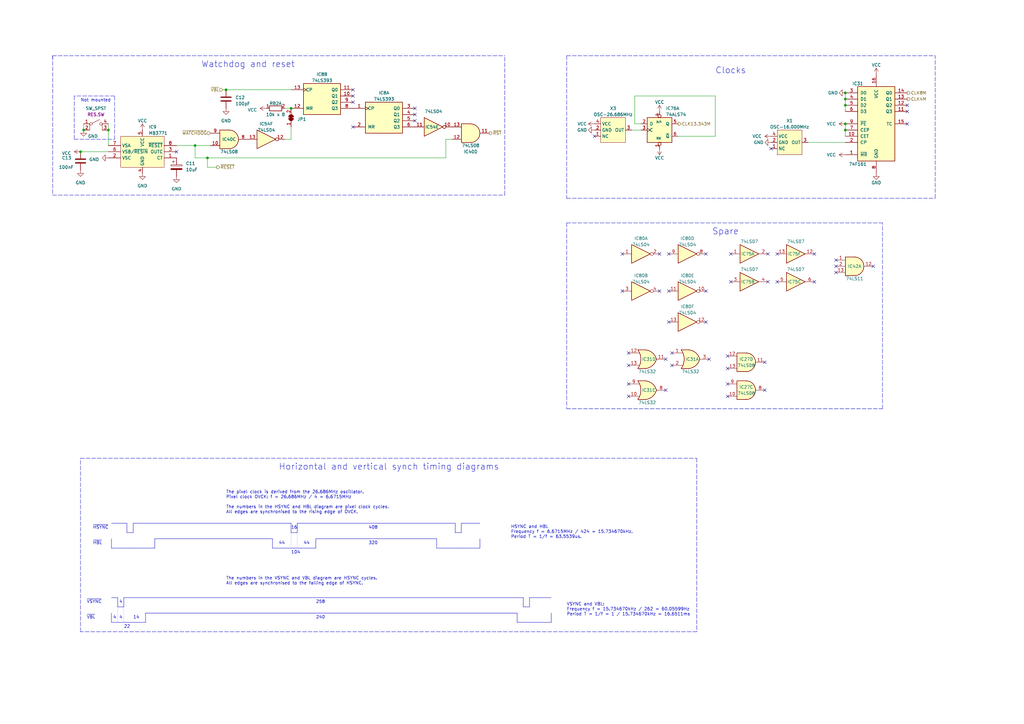
<source format=kicad_sch>
(kicad_sch (version 20230121) (generator eeschema)
  (paper "A3")
  (title_block (title "Rainbow Islands Extra") (date "2023-06-13") (company "Taito K1100319A") (comment 1 "Ulf Skutnabba, twitter: @skutis77"))
  (lib_symbols
    (symbol "74xx:74LS04"
      (property "Reference" "U" (at 0 1.27 0))
      (property "Value" "74LS04" (at 0 -1.27 0))
      (symbol "74LS04_1_0"
        (pin input line (at -7.62 0 0) (length 3.81) (name "~") (number "1"))
        (pin output inverted (at 7.62 0 180) (length 3.81) (name "~") (number "2"))
      )
      (symbol "74LS04_2_0"
        (pin input line (at -7.62 0 0) (length 3.81) (name "~") (number "3"))
        (pin output inverted (at 7.62 0 180) (length 3.81) (name "~") (number "4"))
      )
      (symbol "74LS04_3_0"
        (pin input line (at -7.62 0 0) (length 3.81) (name "~") (number "5"))
        (pin output inverted (at 7.62 0 180) (length 3.81) (name "~") (number "6"))
      )
      (symbol "74LS04_4_0"
        (pin output inverted (at 7.62 0 180) (length 3.81) (name "~") (number "8"))
        (pin input line (at -7.62 0 0) (length 3.81) (name "~") (number "9"))
      )
      (symbol "74LS04_5_0"
        (pin output inverted (at 7.62 0 180) (length 3.81) (name "~") (number "10"))
        (pin input line (at -7.62 0 0) (length 3.81) (name "~") (number "11"))
      )
      (symbol "74LS04_6_0"
        (pin output inverted (at 7.62 0 180) (length 3.81) (name "~") (number "12"))
        (pin input line (at -7.62 0 0) (length 3.81) (name "~") (number "13"))
      )
      (symbol "74LS04_7_0"
        (pin power_in line (at 0 12.7 270) (length 5.08) (name "VCC") (number "14"))
        (pin power_in line (at 0 -12.7 90) (length 5.08) (name "GND") (number "7"))
      )
    )
    (symbol "74xx:74LS07" (pin_names (offset 1.016))
      (property "Reference" "U" (at 0 1.27 0))
      (property "Value" "74LS07" (at 0 -1.27 0))
      (symbol "74LS07_1_0"
        (pin input line (at -7.62 0 0) (length 3.81) (name "~") (number "1"))
        (pin open_collector line (at 7.62 0 180) (length 3.81) (name "~") (number "2"))
      )
      (symbol "74LS07_2_0"
        (pin input line (at -7.62 0 0) (length 3.81) (name "~") (number "3"))
        (pin open_collector line (at 7.62 0 180) (length 3.81) (name "~") (number "4"))
      )
      (symbol "74LS07_3_0"
        (pin input line (at -7.62 0 0) (length 3.81) (name "~") (number "5"))
        (pin open_collector line (at 7.62 0 180) (length 3.81) (name "~") (number "6"))
      )
      (symbol "74LS07_4_0"
        (pin open_collector line (at 7.62 0 180) (length 3.81) (name "~") (number "8"))
        (pin input line (at -7.62 0 0) (length 3.81) (name "~") (number "9"))
      )
      (symbol "74LS07_5_0"
        (pin open_collector line (at 7.62 0 180) (length 3.81) (name "~") (number "10"))
        (pin input line (at -7.62 0 0) (length 3.81) (name "~") (number "11"))
      )
      (symbol "74LS07_6_0"
        (pin open_collector line (at 7.62 0 180) (length 3.81) (name "~") (number "12"))
        (pin input line (at -7.62 0 0) (length 3.81) (name "~") (number "13"))
      )
      (symbol "74LS07_7_0"
        (pin power_in line (at 0 12.7 270) (length 5.08) (name "VCC") (number "14"))
        (pin power_in line (at 0 -12.7 90) (length 5.08) (name "GND") (number "7"))
      )
    )
    (symbol "74xx:74LS08" (pin_names (offset 1.016))
      (property "Reference" "U" (at 0 1.27 0))
      (property "Value" "74LS08" (at 0 -1.27 0))
      (symbol "74LS08_1_1"
        (pin input line (at -7.62 2.54 0) (length 3.81) (name "~") (number "1"))
        (pin input line (at -7.62 -2.54 0) (length 3.81) (name "~") (number "2"))
        (pin output line (at 7.62 0 180) (length 3.81) (name "~") (number "3"))
      )
      (symbol "74LS08_1_2"
        (pin input inverted (at -7.62 2.54 0) (length 4.318) (name "~") (number "1"))
        (pin input inverted (at -7.62 -2.54 0) (length 4.318) (name "~") (number "2"))
        (pin output inverted (at 7.62 0 180) (length 3.81) (name "~") (number "3"))
      )
      (symbol "74LS08_2_1"
        (pin input line (at -7.62 2.54 0) (length 3.81) (name "~") (number "4"))
        (pin input line (at -7.62 -2.54 0) (length 3.81) (name "~") (number "5"))
        (pin output line (at 7.62 0 180) (length 3.81) (name "~") (number "6"))
      )
      (symbol "74LS08_2_2"
        (pin input inverted (at -7.62 2.54 0) (length 4.318) (name "~") (number "4"))
        (pin input inverted (at -7.62 -2.54 0) (length 4.318) (name "~") (number "5"))
        (pin output inverted (at 7.62 0 180) (length 3.81) (name "~") (number "6"))
      )
      (symbol "74LS08_3_1"
        (pin input line (at -7.62 -2.54 0) (length 3.81) (name "~") (number "10"))
        (pin output line (at 7.62 0 180) (length 3.81) (name "~") (number "8"))
        (pin input line (at -7.62 2.54 0) (length 3.81) (name "~") (number "9"))
      )
      (symbol "74LS08_3_2"
        (pin input inverted (at -7.62 -2.54 0) (length 4.318) (name "~") (number "10"))
        (pin output inverted (at 7.62 0 180) (length 3.81) (name "~") (number "8"))
        (pin input inverted (at -7.62 2.54 0) (length 4.318) (name "~") (number "9"))
      )
      (symbol "74LS08_4_1"
        (pin output line (at 7.62 0 180) (length 3.81) (name "~") (number "11"))
        (pin input line (at -7.62 2.54 0) (length 3.81) (name "~") (number "12"))
        (pin input line (at -7.62 -2.54 0) (length 3.81) (name "~") (number "13"))
      )
      (symbol "74LS08_4_2"
        (pin output inverted (at 7.62 0 180) (length 3.81) (name "~") (number "11"))
        (pin input inverted (at -7.62 2.54 0) (length 4.318) (name "~") (number "12"))
        (pin input inverted (at -7.62 -2.54 0) (length 4.318) (name "~") (number "13"))
      )
      (symbol "74LS08_5_0"
        (pin power_in line (at 0 12.7 270) (length 5.08) (name "VCC") (number "14"))
        (pin power_in line (at 0 -12.7 90) (length 5.08) (name "GND") (number "7"))
      )
    )
    (symbol "74xx:74LS161" (pin_names (offset 1.016))
      (property "Reference" "U" (at -7.62 16.51 0))
      (property "Value" "74LS161" (at -7.62 -16.51 0))
      (symbol "74LS161_1_0"
        (pin input line (at -12.7 -12.7 0) (length 5.08) (name "~{MR}") (number "1"))
        (pin input line (at -12.7 -5.08 0) (length 5.08) (name "CET") (number "10"))
        (pin output line (at 12.7 5.08 180) (length 5.08) (name "Q3") (number "11"))
        (pin output line (at 12.7 7.62 180) (length 5.08) (name "Q2") (number "12"))
        (pin output line (at 12.7 10.16 180) (length 5.08) (name "Q1") (number "13"))
        (pin output line (at 12.7 12.7 180) (length 5.08) (name "Q0") (number "14"))
        (pin output line (at 12.7 0 180) (length 5.08) (name "TC") (number "15"))
        (pin power_in line (at 0 20.32 270) (length 5.08) (name "VCC") (number "16"))
        (pin input line (at -12.7 -7.62 0) (length 5.08) (name "CP") (number "2"))
        (pin input line (at -12.7 12.7 0) (length 5.08) (name "D0") (number "3"))
        (pin input line (at -12.7 10.16 0) (length 5.08) (name "D1") (number "4"))
        (pin input line (at -12.7 7.62 0) (length 5.08) (name "D2") (number "5"))
        (pin input line (at -12.7 5.08 0) (length 5.08) (name "D3") (number "6"))
        (pin input line (at -12.7 -2.54 0) (length 5.08) (name "CEP") (number "7"))
        (pin power_in line (at 0 -20.32 90) (length 5.08) (name "GND") (number "8"))
        (pin input line (at -12.7 0 0) (length 5.08) (name "~{PE}") (number "9"))
      )
    )
    (symbol "74xx:74LS393" (pin_names (offset 1.016))
      (property "Reference" "U" (at -7.62 8.89 0))
      (property "Value" "74LS393" (at -7.62 -8.89 0))
      (symbol "74LS393_1_0"
        (pin input clock (at -12.7 2.54 0) (length 5.08) (name "CP") (number "1"))
        (pin input line (at -12.7 -5.08 0) (length 5.08) (name "MR") (number "2"))
        (pin output line (at 12.7 2.54 180) (length 5.08) (name "Q0") (number "3"))
        (pin output line (at 12.7 0 180) (length 5.08) (name "Q1") (number "4"))
        (pin output line (at 12.7 -2.54 180) (length 5.08) (name "Q2") (number "5"))
        (pin output line (at 12.7 -5.08 180) (length 5.08) (name "Q3") (number "6"))
      )
      (symbol "74LS393_2_0"
        (pin output line (at 12.7 0 180) (length 5.08) (name "Q1") (number "10"))
        (pin output line (at 12.7 2.54 180) (length 5.08) (name "Q0") (number "11"))
        (pin input line (at -12.7 -5.08 0) (length 5.08) (name "MR") (number "12"))
        (pin input clock (at -12.7 2.54 0) (length 5.08) (name "CP") (number "13"))
        (pin output line (at 12.7 -5.08 180) (length 5.08) (name "Q3") (number "8"))
        (pin output line (at 12.7 -2.54 180) (length 5.08) (name "Q2") (number "9"))
      )
      (symbol "74LS393_3_0"
        (pin power_in line (at 0 12.7 270) (length 5.08) (name "VCC") (number "14"))
        (pin power_in line (at 0 -12.7 90) (length 5.08) (name "GND") (number "7"))
      )
    )
    (symbol "Device:C" (pin_numbers hide) (pin_names (offset 0.254))
      (property "Reference" "C" (at 0.635 2.54 0))
      (property "Value" "C" (at 0.635 -2.54 0))
      (symbol "C_1_1"
        (pin passive line (at 0 3.81 270) (length 2.794) (name "~") (number "1"))
        (pin passive line (at 0 -3.81 90) (length 2.794) (name "~") (number "2"))
      )
    )
    (symbol "Device:C_Polarized" (pin_numbers hide) (pin_names (offset 0.254))
      (property "Reference" "C" (at 0.635 2.54 0))
      (property "Value" "C_Polarized" (at 0.635 -2.54 0))
      (symbol "C_Polarized_1_1"
        (pin passive line (at 0 3.81 270) (length 2.794) (name "~") (number "1"))
        (pin passive line (at 0 -3.81 90) (length 2.794) (name "~") (number "2"))
      )
    )
    (symbol "Device:R_Network08_Split" (pin_names (offset 0) hide)
      (property "Reference" "RN" (at 2.032 0 90))
      (property "Value" "R_Network08_Split" (at 0 0 90))
      (symbol "R_Network08_Split_0_1"
        (pin passive line (at 0 3.81 270) (length 1.27) (name "R1") (number "1"))
      )
      (symbol "R_Network08_Split_1_1"
        (pin passive line (at 0 -3.81 90) (length 1.27) (name "R1.2") (number "2"))
      )
      (symbol "R_Network08_Split_2_1"
        (pin passive line (at 0 -3.81 90) (length 1.27) (name "R2.2") (number "3"))
      )
      (symbol "R_Network08_Split_3_1"
        (pin passive line (at 0 -3.81 90) (length 1.27) (name "R3.2") (number "4"))
      )
      (symbol "R_Network08_Split_4_1"
        (pin passive line (at 0 -3.81 90) (length 1.27) (name "R4.2") (number "5"))
      )
      (symbol "R_Network08_Split_5_1"
        (pin passive line (at 0 -3.81 90) (length 1.27) (name "R5.2") (number "6"))
      )
      (symbol "R_Network08_Split_6_1"
        (pin passive line (at 0 -3.81 90) (length 1.27) (name "R6.2") (number "7"))
      )
      (symbol "R_Network08_Split_7_1"
        (pin passive line (at 0 -3.81 90) (length 1.27) (name "R7.2") (number "8"))
      )
      (symbol "R_Network08_Split_8_1"
        (pin passive line (at 0 -3.81 90) (length 1.27) (name "R8.2") (number "9"))
      )
    )
    (symbol "Jumper:SolderJumper_2_Bridged" (pin_names (offset 0) hide)
      (property "Reference" "JP" (at 0 2.032 0))
      (property "Value" "SolderJumper_2_Bridged" (at 0 -2.54 0))
      (symbol "SolderJumper_2_Bridged_1_1"
        (pin passive line (at -3.81 0 0) (length 2.54) (name "A") (number "1"))
        (pin passive line (at 3.81 0 180) (length 2.54) (name "B") (number "2"))
      )
    )
    (symbol "jt74:74LS04" (pin_names (offset 1.016))
      (property "Reference" "U" (at 0 1.27 0))
      (property "Value" "74LS04" (at 0 -1.27 0))
      (symbol "74LS04_1_0"
        (pin input line (at -7.62 0 0) (length 3.81) (name "~") (number "1"))
        (pin output inverted (at 7.62 0 180) (length 3.81) (name "~") (number "2"))
      )
      (symbol "74LS04_2_0"
        (pin input line (at -7.62 0 0) (length 3.81) (name "~") (number "3"))
        (pin output inverted (at 7.62 0 180) (length 3.81) (name "~") (number "4"))
      )
      (symbol "74LS04_3_0"
        (pin input line (at -7.62 0 0) (length 3.81) (name "~") (number "5"))
        (pin output inverted (at 7.62 0 180) (length 3.81) (name "~") (number "6"))
      )
      (symbol "74LS04_4_0"
        (pin output inverted (at 7.62 0 180) (length 3.81) (name "~") (number "8"))
        (pin input line (at -7.62 0 0) (length 3.81) (name "~") (number "9"))
      )
      (symbol "74LS04_5_0"
        (pin output inverted (at 7.62 0 180) (length 3.81) (name "~") (number "10"))
        (pin input line (at -7.62 0 0) (length 3.81) (name "~") (number "11"))
      )
      (symbol "74LS04_6_0"
        (pin output inverted (at 7.62 0 180) (length 3.81) (name "~") (number "12"))
        (pin input line (at -7.62 0 0) (length 3.81) (name "~") (number "13"))
      )
      (symbol "74LS04_7_0"
        (pin power_in line (at 0 7.62 270) (length 5.08) hide (name "VCC") (number "14"))
        (pin power_in line (at 0 -7.62 90) (length 5.08) hide (name "VSS") (number "7"))
      )
    )
    (symbol "jt74:74LS11" (pin_names (offset 1.016))
      (property "Reference" "U" (at 0 1.27 0))
      (property "Value" "74LS11" (at 0 -1.27 0))
      (symbol "74LS11_1_1"
        (pin input line (at -7.62 2.54 0) (length 3.81) (name "~") (number "1"))
        (pin output line (at 7.62 0 180) (length 3.81) (name "~") (number "12"))
        (pin input line (at -7.62 -2.54 0) (length 3.81) (name "~") (number "13"))
        (pin input line (at -7.62 0 0) (length 3.81) (name "~") (number "2"))
      )
      (symbol "74LS11_1_2"
        (pin input inverted (at -7.62 2.54 0) (length 4.318) (name "~") (number "1"))
        (pin output inverted (at 7.62 0 180) (length 3.81) (name "~") (number "12"))
        (pin input inverted (at -7.62 -2.54 0) (length 4.318) (name "~") (number "13"))
        (pin input inverted (at -7.62 0 0) (length 4.953) (name "~") (number "2"))
      )
      (symbol "74LS11_2_1"
        (pin input line (at -7.62 2.54 0) (length 3.81) (name "~") (number "3"))
        (pin input line (at -7.62 0 0) (length 3.81) (name "~") (number "4"))
        (pin input line (at -7.62 -2.54 0) (length 3.81) (name "~") (number "5"))
        (pin output line (at 7.62 0 180) (length 3.81) (name "~") (number "6"))
      )
      (symbol "74LS11_2_2"
        (pin input inverted (at -7.62 2.54 0) (length 4.318) (name "~") (number "3"))
        (pin input inverted (at -7.62 0 0) (length 4.953) (name "~") (number "4"))
        (pin input inverted (at -7.62 -2.54 0) (length 4.318) (name "~") (number "5"))
        (pin output inverted (at 7.62 0 180) (length 3.81) (name "~") (number "6"))
      )
      (symbol "74LS11_3_1"
        (pin input line (at -7.62 0 0) (length 3.81) (name "~") (number "10"))
        (pin input line (at -7.62 -2.54 0) (length 3.81) (name "~") (number "11"))
        (pin output line (at 7.62 0 180) (length 3.81) (name "~") (number "8"))
        (pin input line (at -7.62 2.54 0) (length 3.81) (name "~") (number "9"))
      )
      (symbol "74LS11_3_2"
        (pin input inverted (at -7.62 0 0) (length 4.953) (name "~") (number "10"))
        (pin input inverted (at -7.62 -2.54 0) (length 4.318) (name "~") (number "11"))
        (pin output inverted (at 7.62 0 180) (length 3.81) (name "~") (number "8"))
        (pin input inverted (at -7.62 2.54 0) (length 4.318) (name "~") (number "9"))
      )
      (symbol "74LS11_4_0"
        (pin input line (at 0 12.7 270) (length 5.08) hide (name "VCC") (number "14"))
        (pin input line (at 0 -12.7 90) (length 5.08) hide (name "GND") (number "7"))
      )
    )
    (symbol "jt74:74LS32" (pin_names (offset 1.016))
      (property "Reference" "U" (at 0 1.27 0))
      (property "Value" "74LS32" (at 0 -1.27 0))
      (symbol "74LS32_1_1"
        (pin input line (at -7.62 2.54 0) (length 4.318) (name "~") (number "1"))
        (pin input line (at -7.62 -2.54 0) (length 4.318) (name "~") (number "2"))
        (pin output line (at 7.62 0 180) (length 3.81) (name "~") (number "3"))
      )
      (symbol "74LS32_1_2"
        (pin input inverted (at -7.62 2.54 0) (length 3.81) (name "~") (number "1"))
        (pin input inverted (at -7.62 -2.54 0) (length 3.81) (name "~") (number "2"))
        (pin output inverted (at 7.62 0 180) (length 3.81) (name "~") (number "3"))
      )
      (symbol "74LS32_2_1"
        (pin input line (at -7.62 2.54 0) (length 4.318) (name "~") (number "4"))
        (pin input line (at -7.62 -2.54 0) (length 4.318) (name "~") (number "5"))
        (pin output line (at 7.62 0 180) (length 3.81) (name "~") (number "6"))
      )
      (symbol "74LS32_2_2"
        (pin input inverted (at -7.62 2.54 0) (length 3.81) (name "~") (number "4"))
        (pin input inverted (at -7.62 -2.54 0) (length 3.81) (name "~") (number "5"))
        (pin output inverted (at 7.62 0 180) (length 3.81) (name "~") (number "6"))
      )
      (symbol "74LS32_3_1"
        (pin input line (at -7.62 -2.54 0) (length 4.318) (name "~") (number "10"))
        (pin output line (at 7.62 0 180) (length 3.81) (name "~") (number "8"))
        (pin input line (at -7.62 2.54 0) (length 4.318) (name "~") (number "9"))
      )
      (symbol "74LS32_3_2"
        (pin input inverted (at -7.62 -2.54 0) (length 3.81) (name "~") (number "10"))
        (pin output inverted (at 7.62 0 180) (length 3.81) (name "~") (number "8"))
        (pin input inverted (at -7.62 2.54 0) (length 3.81) (name "~") (number "9"))
      )
      (symbol "74LS32_4_1"
        (pin output line (at 7.62 0 180) (length 3.81) (name "~") (number "11"))
        (pin input line (at -7.62 2.54 0) (length 4.318) (name "~") (number "12"))
        (pin input line (at -7.62 -2.54 0) (length 4.318) (name "~") (number "13"))
      )
      (symbol "74LS32_4_2"
        (pin output inverted (at 7.62 0 180) (length 3.81) (name "~") (number "11"))
        (pin input inverted (at -7.62 2.54 0) (length 3.81) (name "~") (number "12"))
        (pin input inverted (at -7.62 -2.54 0) (length 3.81) (name "~") (number "13"))
      )
      (symbol "74LS32_5_0"
        (pin power_in line (at 0 7.62 270) (length 5.08) hide (name "VCC") (number "14"))
        (pin power_in line (at 0 -7.62 90) (length 5.08) hide (name "VSS") (number "7"))
      )
    )
    (symbol "jt74:74LS74" (pin_names (offset 1.016))
      (property "Reference" "U" (at 3.81 5.08 0))
      (property "Value" "74LS74" (at 0 0 0))
      (symbol "74LS74_1_0"
        (pin input inverted (at 0 -7.62 90) (length 2.54) (name "~{R}") (number "1"))
        (pin input line (at -7.62 2.54 0) (length 2.54) (name "D") (number "2"))
        (pin input clock (at -7.62 0 0) (length 2.54) (name "C") (number "3"))
        (pin input inverted (at 0 7.62 270) (length 2.54) (name "~{S}") (number "4"))
        (pin output line (at 7.62 2.54 180) (length 2.54) (name "Q") (number "5"))
        (pin output line (at 7.62 -2.54 180) (length 2.54) (name "~{Q}") (number "6"))
      )
      (symbol "74LS74_2_0"
        (pin input clock (at -7.62 0 0) (length 2.54) (name "C") (number "11"))
        (pin input line (at -7.62 2.54 0) (length 2.54) (name "D") (number "12"))
        (pin input line (at 0 -7.62 90) (length 2.54) (name "~{R}") (number "13"))
        (pin output line (at 7.62 -2.54 180) (length 2.54) (name "~{Q}") (number "8"))
        (pin output line (at 7.62 2.54 180) (length 2.54) (name "Q") (number "9"))
      )
      (symbol "74LS74_2_1"
        (pin input line (at 0 7.62 270) (length 2.54) (name "~{S}") (number "10"))
      )
      (symbol "74LS74_3_0"
        (pin power_in line (at 0 7.62 270) (length 2.54) hide (name "VCC") (number "14"))
        (pin power_in line (at 0 -7.62 90) (length 2.54) hide (name "VSS") (number "7"))
      )
    )
    (symbol "power:GND" (power) (pin_names (offset 0))
      (property "Value" "GND" (at 0 -3.81 0))
      (symbol "GND_1_1"
        (pin power_in line (at 0 0 270) (length 0) hide (name "GND") (number "1"))
      )
    )
    (symbol "power:VCC" (power) (pin_names (offset 0))
      (property "Value" "VCC" (at 0 3.81 0))
      (symbol "VCC_1_1"
        (pin power_in line (at 0 0 90) (length 0) hide (name "VCC") (number "1"))
      )
    )
    (symbol "skutis-kicad:MB3771"
      (property "Reference" "U" (at 2.54 7.62 0))
      (property "Value" "MB3771" (at -6.35 7.62 0))
      (symbol "MB3771_0_0"
        (pin output line (at 13.97 -2.54 180) (length 5.08) (name "CT") (number "1"))
        (pin input line (at -13.97 -2.54 0) (length 5.08) (name "VSC") (number "2"))
        (pin open_collector line (at 13.97 0 180) (length 5.08) (name "OUTC") (number "3"))
        (pin power_in line (at 0 -8.89 90) (length 2.54) (name "GND") (number "4"))
        (pin power_in line (at 0 8.89 270) (length 2.54) (name "VCC") (number "5"))
        (pin input line (at -13.97 0 0) (length 5.08) (name "VSB/~{RESIN}") (number "6"))
        (pin input line (at -13.97 2.54 0) (length 5.08) (name "VSA") (number "7"))
        (pin output line (at 13.97 2.54 180) (length 5.08) (name "~{RESET}") (number "8"))
      )
    )
    (symbol "skutis-kicad:OSC-DIP4"
      (property "Reference" "U" (at 0 8.89 0))
      (property "Value" "OSC-DIP4" (at 0 6.35 0))
      (symbol "OSC-DIP4_1_1"
        (pin passive line (at -7.62 -2.54 0) (length 2.54) (name "NC") (number "1"))
        (pin power_in line (at -7.62 0 0) (length 2.54) (name "GND") (number "2"))
        (pin output line (at 7.62 0 180) (length 2.54) (name "OUT") (number "3"))
        (pin power_in line (at -7.62 2.54 0) (length 2.54) (name "VCC") (number "4"))
      )
    )
    (symbol "skutis-kicad:SW_SPST_4PIN"
      (property "Reference" "SW" (at 1.27 5.08 0))
      (property "Value" "SW_SPST" (at 7.62 5.08 0))
      (symbol "SW_SPST_4PIN_1_1"
        (pin passive line (at -5.08 1.27 0) (length 2.54) (name "") (number "1"))
        (pin passive line (at -5.08 -1.27 0) (length 2.54) (name "") (number "2"))
        (pin passive line (at 5.08 -1.27 180) (length 2.54) (name "") (number "3"))
        (pin passive line (at 5.08 1.27 180) (length 2.54) (name "") (number "4"))
      )
    )
  )
  (junction (at 346.71 50.8))
  (junction (at 119.38 44.45))
  (junction (at 85.09 64.77))
  (junction (at 346.71 43.18))
  (junction (at 44.45 53.34))
  (junction (at 346.71 53.34))
  (junction (at 34.29 53.34))
  (junction (at 92.71 36.83))
  (junction (at 346.71 40.64))
  (junction (at 80.01 59.69))
  (junction (at 346.71 38.1))
  (junction (at 33.02 62.23))
  (no_connect (at 270.51 104.14))
  (no_connect (at 144.78 36.83))
  (no_connect (at 318.77 115.57))
  (no_connect (at 72.39 62.23))
  (no_connect (at 257.81 162.56))
  (no_connect (at 372.11 45.72))
  (no_connect (at 342.9 109.22))
  (no_connect (at 372.11 50.8))
  (no_connect (at 298.45 151.13))
  (no_connect (at 299.72 115.57))
  (no_connect (at 298.45 162.56))
  (no_connect (at 270.51 119.38))
  (no_connect (at 274.32 119.38))
  (no_connect (at 314.96 104.14))
  (no_connect (at 289.56 104.14))
  (no_connect (at 313.69 148.59))
  (no_connect (at 274.32 104.14))
  (no_connect (at 342.9 111.76))
  (no_connect (at 273.05 147.32))
  (no_connect (at 257.81 157.48))
  (no_connect (at 170.18 49.53))
  (no_connect (at 314.96 115.57))
  (no_connect (at 144.78 41.91))
  (no_connect (at 372.11 43.18))
  (no_connect (at 316.23 60.96))
  (no_connect (at 298.45 146.05))
  (no_connect (at 299.72 104.14))
  (no_connect (at 255.27 119.38))
  (no_connect (at 275.59 149.86))
  (no_connect (at 289.56 132.08))
  (no_connect (at 274.32 132.08))
  (no_connect (at 144.78 52.07))
  (no_connect (at 289.56 119.38))
  (no_connect (at 318.77 104.14))
  (no_connect (at 257.81 149.86))
  (no_connect (at 257.81 144.78))
  (no_connect (at 334.01 104.14))
  (no_connect (at 298.45 157.48))
  (no_connect (at 170.18 44.45))
  (no_connect (at 358.14 109.22))
  (no_connect (at 243.84 55.88))
  (no_connect (at 255.27 104.14))
  (no_connect (at 290.83 147.32))
  (no_connect (at 342.9 106.68))
  (no_connect (at 273.05 160.02))
  (no_connect (at 334.01 115.57))
  (no_connect (at 313.69 160.02))
  (no_connect (at 275.59 144.78))
  (no_connect (at 144.78 39.37))
  (no_connect (at 170.18 46.99))
  (wire (pts (xy 72.39 59.69) (xy 80.01 59.69)))
  (wire (pts (xy 119.38 57.15) (xy 119.38 52.07)))
  (wire (pts (xy 85.09 68.58) (xy 85.09 64.77)))
  (polyline (pts (xy 187.96 224.79) (xy 196.85 224.79)))
  (wire (pts (xy 91.44 36.83) (xy 92.71 36.83)))
  (polyline (pts (xy 63.5 224.79) (xy 63.5 220.98)))
  (wire (pts (xy 260.35 39.37) (xy 260.35 50.8)))
  (polyline (pts (xy 121.92 218.44) (xy 121.92 214.63)))
  (polyline (pts (xy 54.61 214.63) (xy 119.38 214.63)))
  (polyline (pts (xy 179.07 224.79) (xy 187.96 224.79)))
  (polyline (pts (xy 50.8 245.11) (xy 214.63 245.11)))
  (polyline (pts (xy 48.26 248.92) (xy 48.26 245.11)))
  (wire (pts (xy 346.71 38.1) (xy 346.71 40.64)))
  (polyline (pts (xy 45.72 255.27) (xy 59.69 255.27)))
  (polyline (pts (xy 214.63 248.92) (xy 214.63 245.11)))
  (wire (pts (xy 185.42 57.15) (xy 182.88 57.15)))
  (polyline (pts (xy 111.76 224.79) (xy 111.76 220.98)))
  (wire (pts (xy 346.71 40.64) (xy 346.71 43.18)))
  (polyline (pts (xy 226.06 255.27) (xy 226.06 251.46)))
  (polyline (pts (xy 383.54 81.28) (xy 383.54 22.86)) (stroke (width 0) (type dash)))
  (polyline (pts (xy 46.99 39.37) (xy 30.48 39.37)) (stroke (width 0) (type dash)))
  (wire (pts (xy 346.71 43.18) (xy 346.71 45.72)))
  (polyline (pts (xy 45.72 224.79) (xy 45.72 220.98)))
  (polyline (pts (xy 212.09 255.27) (xy 226.06 255.27)))
  (wire (pts (xy 34.29 50.8) (xy 34.29 53.34)))
  (polyline (pts (xy 59.69 255.27) (xy 59.69 251.46)))
  (polyline (pts (xy 50.8 248.92) (xy 50.8 245.11)))
  (polyline (pts (xy 52.07 218.44) (xy 52.07 214.63)))
  (polyline (pts (xy 45.72 255.27) (xy 45.72 251.46)))
  (polyline (pts (xy 21.59 22.86) (xy 21.59 24.13)) (stroke (width 0) (type dash)))
  (polyline (pts (xy 179.07 224.79) (xy 179.07 220.98)))
  (polyline (pts (xy 21.59 80.01) (xy 207.01 80.01)) (stroke (width 0) (type dash)))
  (wire (pts (xy 278.13 55.88) (xy 293.37 55.88)))
  (polyline (pts (xy 214.63 248.92) (xy 217.17 248.92)))
  (polyline (pts (xy 217.17 245.11) (xy 226.06 245.11)))
  (polyline (pts (xy 50.8 248.92) (xy 50.8 255.27)) (stroke (width 0) (type dot)))
  (wire (pts (xy 260.35 50.8) (xy 262.89 50.8)))
  (polyline (pts (xy 45.72 214.63) (xy 52.07 214.63)))
  (polyline (pts (xy 186.69 218.44) (xy 189.23 218.44)))
  (wire (pts (xy 33.02 62.23) (xy 44.45 62.23)))
  (polyline (pts (xy 48.26 248.92) (xy 48.26 255.27)) (stroke (width 0) (type dot)))
  (wire (pts (xy 92.71 36.83) (xy 119.38 36.83)))
  (polyline (pts (xy 46.99 57.15) (xy 46.99 39.37)) (stroke (width 0) (type dash)))
  (polyline (pts (xy 33.02 259.08) (xy 33.02 187.96)) (stroke (width 0) (type dash)))
  (polyline (pts (xy 232.41 167.64) (xy 361.95 167.64)) (stroke (width 0) (type dash)))
  (polyline (pts (xy 59.69 251.46) (xy 212.09 251.46)))
  (wire (pts (xy 182.88 57.15) (xy 182.88 64.77)))
  (wire (pts (xy 44.45 50.8) (xy 44.45 53.34)))
  (polyline (pts (xy 285.75 187.96) (xy 285.75 259.08)) (stroke (width 0) (type dash)))
  (wire (pts (xy 293.37 55.88) (xy 293.37 39.37)))
  (wire (pts (xy 44.45 53.34) (xy 44.45 59.69)))
  (polyline (pts (xy 196.85 224.79) (xy 196.85 220.98)))
  (wire (pts (xy 88.9 68.58) (xy 85.09 68.58)))
  (wire (pts (xy 80.01 64.77) (xy 80.01 59.69)))
  (polyline (pts (xy 63.5 220.98) (xy 111.76 220.98)))
  (polyline (pts (xy 48.26 248.92) (xy 50.8 248.92)))
  (polyline (pts (xy 120.65 224.79) (xy 129.54 224.79)))
  (polyline (pts (xy 21.59 22.86) (xy 207.01 22.86)) (stroke (width 0) (type dash)))
  (wire (pts (xy 331.47 58.42) (xy 346.71 58.42)))
  (polyline (pts (xy 54.61 224.79) (xy 63.5 224.79)))
  (polyline (pts (xy 45.72 224.79) (xy 54.61 224.79)))
  (wire (pts (xy 182.88 64.77) (xy 85.09 64.77)))
  (wire (pts (xy 80.01 59.69) (xy 86.36 59.69)))
  (polyline (pts (xy 111.76 224.79) (xy 120.65 224.79)))
  (polyline (pts (xy 30.48 39.37) (xy 30.48 57.15)) (stroke (width 0) (type dash)))
  (wire (pts (xy 116.84 57.15) (xy 119.38 57.15)))
  (polyline (pts (xy 21.59 22.86) (xy 21.59 80.01)) (stroke (width 0) (type dash)))
  (polyline (pts (xy 232.41 22.86) (xy 383.54 22.86)) (stroke (width 0) (type dash)))
  (polyline (pts (xy 189.23 218.44) (xy 189.23 214.63)))
  (polyline (pts (xy 129.54 220.98) (xy 179.07 220.98)))
  (polyline (pts (xy 119.38 218.44) (xy 121.92 218.44)))
  (polyline (pts (xy 232.41 91.44) (xy 361.95 91.44)) (stroke (width 0) (type dash)))
  (polyline (pts (xy 83.82 187.96) (xy 285.75 187.96)) (stroke (width 0) (type dash)))
  (wire (pts (xy 346.71 50.8) (xy 346.71 53.34)))
  (polyline (pts (xy 121.92 214.63) (xy 186.69 214.63)))
  (wire (pts (xy 85.09 64.77) (xy 80.01 64.77)))
  (polyline (pts (xy 45.72 245.11) (xy 48.26 245.11)))
  (polyline (pts (xy 52.07 218.44) (xy 54.61 218.44)))
  (wire (pts (xy 259.08 53.34) (xy 262.89 53.34)))
  (polyline (pts (xy 119.38 218.44) (xy 119.38 214.63)))
  (polyline (pts (xy 232.41 22.86) (xy 232.41 81.28)) (stroke (width 0) (type dash)))
  (wire (pts (xy 116.84 44.45) (xy 119.38 44.45)))
  (wire (pts (xy 346.71 53.34) (xy 346.71 55.88)))
  (polyline (pts (xy 121.92 218.44) (xy 121.92 224.79)) (stroke (width 0) (type dot)))
  (wire (pts (xy 293.37 39.37) (xy 260.35 39.37)))
  (polyline (pts (xy 30.48 57.15) (xy 46.99 57.15)) (stroke (width 0) (type dash)))
  (polyline (pts (xy 212.09 255.27) (xy 212.09 251.46)))
  (polyline (pts (xy 186.69 218.44) (xy 186.69 214.63)))
  (polyline (pts (xy 361.95 167.64) (xy 361.95 91.44)) (stroke (width 0) (type dash)))
  (polyline (pts (xy 217.17 248.92) (xy 217.17 245.11)))
  (polyline (pts (xy 189.23 214.63) (xy 196.85 214.63)))
  (polyline (pts (xy 33.02 187.96) (xy 83.82 187.96)) (stroke (width 0) (type dash)))
  (polyline (pts (xy 232.41 81.28) (xy 383.54 81.28)) (stroke (width 0) (type dash)))
  (polyline (pts (xy 129.54 224.79) (xy 129.54 220.98)))
  (polyline (pts (xy 285.75 259.08) (xy 33.02 259.08)) (stroke (width 0) (type dash)))
  (polyline (pts (xy 119.38 218.44) (xy 119.38 224.79)) (stroke (width 0) (type dot)))
  (polyline (pts (xy 232.41 91.44) (xy 232.41 167.64)) (stroke (width 0) (type dash)))
  (polyline (pts (xy 54.61 218.44) (xy 54.61 214.63)))
  (polyline (pts (xy 207.01 80.01) (xy 207.01 22.86)) (stroke (width 0) (type dash)))
  (text "258" (at 129.54 247.65 0) (effects (font (size 1.27 1.27)) (justify left bottom)))
  (text "Spare" (at 292.1 96.52 0) (effects (font (size 2.54 2.54)) (justify left bottom)))
  (text "240" (at 129.54 254 0) (effects (font (size 1.27 1.27)) (justify left bottom)))
  (text "~{HBL}" (at 38.1 223.52 0) (effects (font (size 1.27 1.27)) (justify left bottom)))
  (text "HSYNC and HBL\nFrequency f = 6.6715MHz / 424 = 15.734670kHz.\nPeriod T = 1/f = 63.5539us." (at 209.55 220.98 0) (effects (font (size 1.27 1.27)) (justify left bottom)))
  (text "16" (at 119.38 217.17 0) (effects (font (size 1.27 1.27)) (justify left bottom)))
  (text "Horizontal and vertical synch timing diagrams" (at 114.3 193.04 0) (effects (font (size 2.54 2.54)) (justify left bottom)))
  (text "The numbers in the VSYNC and VBL diagram are HSYNC cycles.\nAll edges are synchronised to the falling edge of HSYNC." (at 92.71 240.03 0) (effects (font (size 1.27 1.27)) (justify left bottom)))
  (text "~{VSYNC}" (at 35.56 247.65 0) (effects (font (size 1.27 1.27)) (justify left bottom)))
  (text "44" (at 124.46 223.52 0) (effects (font (size 1.27 1.27)) (justify left bottom)))
  (text "104" (at 119.38 227.33 0) (effects (font (size 1.27 1.27)) (justify left bottom)))
  (text "~{VBL}" (at 35.56 254 0) (effects (font (size 1.27 1.27)) (justify left bottom)))
  (text "408" (at 151.13 217.17 0) (effects (font (size 1.27 1.27)) (justify left bottom)))
  (text "The pixel clock is derived from the 26.686MHz oscillator.\nPixel clock OVCK: f = 26.686MHz / 4 = 6.6715MHz\n\nThe numbers in the HSYNC and HBL diagram are pixel clock cycles.\nAll edges are synchronised to the rising edge of OVCK." (at 92.71 210.82 0) (effects (font (size 1.27 1.27)) (justify left bottom)))
  (text "22" (at 50.8 257.81 0) (effects (font (size 1.27 1.27)) (justify left bottom)))
  (text "VSYNC and VBL:\nFrequency f = 15.734670kHz / 262 = 60.05599Hz\nPeriod T = 1/f = 1 / 15.734670kHz = 16.6511ms" (at 232.41 252.73 0) (effects (font (size 1.27 1.27)) (justify left bottom)))
  (text "14" (at 54.61 254 0) (effects (font (size 1.27 1.27)) (justify left bottom)))
  (text "Not mounted" (at 33.02 41.91 0) (effects (font (size 1.27 1.27)) (justify left bottom)))
  (text "4" (at 46.355 254 0) (effects (font (size 1.27 1.27)) (justify left bottom)))
  (text "4" (at 48.895 247.65 0) (effects (font (size 1.27 1.27)) (justify left bottom)))
  (text "Clocks" (at 293.37 30.48 0) (effects (font (size 2.54 2.54)) (justify left bottom)))
  (text "44" (at 114.3 223.52 0) (effects (font (size 1.27 1.27)) (justify left bottom)))
  (text "~{HSYNC}" (at 38.1 217.17 0) (effects (font (size 1.27 1.27)) (justify left bottom)))
  (text "320" (at 151.13 223.52 0) (effects (font (size 1.27 1.27)) (justify left bottom)))
  (text "Watchdog and reset" (at 82.55 27.94 0) (effects (font (size 2.54 2.54)) (justify left bottom)))
  (text "4" (at 48.895 254 0) (effects (font (size 1.27 1.27)) (justify left bottom)))
  (hierarchical_label "~{WATCHDOG}" (shape input) (at 86.36 54.61 180))
  (hierarchical_label "~{RST}" (shape output) (at 200.66 54.61 0))
  (hierarchical_label "CLK8M" (shape output) (at 372.11 38.1 0))
  (hierarchical_label "CLK4M" (shape output) (at 372.11 40.64 0))
  (hierarchical_label "CLK13.343M" (shape output) (at 278.13 50.8 0))
  (hierarchical_label "~{RESET}" (shape output) (at 88.9 68.58 0))
  (hierarchical_label "~{VBL}" (shape input) (at 91.44 36.83 180))
  (symbol (lib_id "power:VCC") (at 316.23 55.88 90) (unit 1)
    (property "Reference" "#PWR0109" (effects hide))
    (property "Value" "VCC" (at 312.42 55.88 90) (effects (justify left)))
    (instances (project "risle" (path "" (reference "#PWR0109") (unit 1)) (path "" (reference "#PWR0112") (unit 1)) (path "" (reference "#PWR0110") (unit 1))))
  )
  (symbol (lib_id "74xx:74LS04") (at 109.22 57.15 0) (unit 6)
    (property "Reference" "IC54" (at 109.22 50.8 0))
    (property "Value" "74LS04" (at 109.22 53.34 0))
    (property "Datasheet" "http://www.ti.com/lit/gpn/sn74LS04" (effects hide))
  )
  (symbol (lib_id "jt74:74LS04") (at 262.89 119.38 0) (unit 2)
    (property "Reference" "IC80" (at 262.89 113.03 0))
    (property "Value" "74LS04" (at 262.89 115.57 0))
    (property "Datasheet" "http://www.ti.com/lit/gpn/sn74LS04" (effects hide))
  )
  (symbol (lib_id "74xx:74LS393") (at 157.48 46.99 0) (unit 1)
    (property "Reference" "IC8" (at 157.48 38.1 0))
    (property "Value" "74LS393" (at 157.48 40.64 0))
    (property "Datasheet" "74xx\\74LS393.pdf" (effects hide))
  )
  (symbol (lib_id "power:GND") (at 34.29 53.34 0) (unit 1)
    (property "Reference" "#PWR022" (effects hide))
    (property "Value" "GND" (at 38.1 55.88 0))
    (instances (project "risle" (path "" (reference "#PWR022") (unit 1)) (path "" (reference "#PWR019") (unit 1))))
  )
  (symbol (lib_id "jt74:74LS74") (at 270.51 53.34 0) (unit 1)
    (property "Reference" "IC76" (at 273.05 44.45 0) (effects (justify left)))
    (property "Value" "74ALS74" (at 273.05 46.99 0) (effects (justify left)))
    (property "Datasheet" "74xx/74hc_hct74.pdf" (effects hide))
  )
  (symbol (lib_id "74xx:74LS07") (at 326.39 104.14 0) (unit 6)
    (property "Reference" "IC75" (at 325.755 104.14 0))
    (property "Value" "74LS07" (at 326.39 99.06 0))
    (property "Datasheet" "www.ti.com/lit/ds/symlink/sn74ls07.pdf" (effects hide))
  )
  (symbol (lib_id "74xx:74LS08") (at 306.07 148.59 0) (unit 4)
    (property "Reference" "IC27" (at 306.07 147.32 0))
    (property "Value" "74LS08" (at 306.07 149.86 0))
    (property "Datasheet" "http://www.ti.com/lit/gpn/sn74LS08" (effects hide))
  )
  (symbol (lib_id "power:VCC") (at 243.84 50.8 90) (unit 1)
    (property "Reference" "#PWR064" (effects hide))
    (property "Value" "VCC" (at 238.76 50.8 90))
    (instances (project "risle" (path "" (reference "#PWR064") (unit 1)) (path "" (reference "#PWR065") (unit 1))))
  )
  (symbol (lib_id "power:GND") (at 346.71 38.1 270) (unit 1)
    (property "Reference" "#PWR0111" (effects hide))
    (property "Value" "GND" (at 341.63 38.1 90))
    (instances (project "risle" (path "" (reference "#PWR0111") (unit 1)) (path "" (reference "#PWR0110") (unit 1)) (path "" (reference "#PWR0112") (unit 1))))
  )
  (symbol (lib_id "Device:C_Polarized") (at 72.39 68.58 0) (unit 1)
    (property "Reference" "C11" (at 76.2 67.056 0) (effects (justify left)))
    (property "Value" "10uF" (at 76.2 69.596 0) (effects (justify left)))
  )
  (symbol (lib_id "power:VCC") (at 346.71 50.8 90) (unit 1)
    (property "Reference" "#PWR0112" (effects hide))
    (property "Value" "VCC" (at 342.9 50.8 90) (effects (justify left)))
    (instances (project "risle" (path "" (reference "#PWR0112") (unit 1)) (path "" (reference "#PWR0111") (unit 1)) (path "" (reference "#PWR0113") (unit 1))))
  )
  (symbol (lib_id "skutis-kicad:OSC-DIP4") (at 251.46 53.34 0) (unit 1)
    (property "Reference" "X3" (at 251.46 44.45 0))
    (property "Value" "OSC-26.686MHz" (at 251.46 46.99 0))
  )
  (symbol (lib_id "power:VCC") (at 109.22 44.45 90) (unit 1)
    (property "Reference" "#PWR0178" (effects hide))
    (property "Value" "VCC" (at 105.41 45.085 90) (effects (justify left)))
    (instances (project "risle" (path "" (reference "#PWR0178") (unit 1)) (path "" (reference "#PWR024") (unit 1))))
  )
  (symbol (lib_id "power:GND") (at 359.41 71.12 0) (unit 1)
    (property "Reference" "#PWR0115" (effects hide))
    (property "Value" "GND" (at 359.41 74.93 0))
    (instances (project "risle" (path "" (reference "#PWR0115") (unit 1)) (path "" (reference "#PWR0115") (unit 1)) (path "" (reference "#PWR0178") (unit 1))))
  )
  (symbol (lib_id "power:GND") (at 316.23 58.42 270) (unit 1)
    (property "Reference" "#PWR0110" (effects hide))
    (property "Value" "GND" (at 311.15 58.42 90))
    (instances (project "risle" (path "" (reference "#PWR0110") (unit 1)) (path "" (reference "#PWR0113") (unit 1)) (path "" (reference "#PWR0111") (unit 1))))
  )
  (symbol (lib_id "Device:R_Network08_Split") (at 113.03 44.45 90) (unit 1)
    (property "Reference" "RB2" (at 113.03 42.418 90))
    (property "Value" "10k x 8" (at 113.03 46.99 90))
    (property "Footprint" "Resistor_THT:R_Array_SIP9" (effects hide))
    (property "Datasheet" "http://www.vishay.com/docs/31509/csc.pdf" (effects hide))
  )
  (symbol (lib_id "jt74:74LS32") (at 265.43 147.32 0) (unit 4)
    (property "Reference" "IC31" (at 266.065 147.32 0))
    (property "Value" "74LS32" (at 265.43 152.4 0))
    (property "Datasheet" "http://www.ti.com/lit/gpn/sn74LS32" (effects hide))
  )
  (symbol (lib_id "power:GND") (at 44.45 64.77 270) (unit 1)
    (property "Reference" "#PWR021" (effects hide))
    (property "Value" "GND" (at 40.64 65.405 90) (effects (justify right)))
  )
  (symbol (lib_id "power:GND") (at 243.84 53.34 270) (unit 1)
    (property "Reference" "#PWR065" (effects hide))
    (property "Value" "GND" (at 238.76 53.34 90))
    (instances (project "risle" (path "" (reference "#PWR065") (unit 1)) (path "" (reference "#PWR066") (unit 1))))
  )
  (symbol (lib_id "74xx:74LS393") (at 132.08 39.37 0) (unit 2)
    (property "Reference" "IC8" (at 132.08 30.48 0))
    (property "Value" "74LS393" (at 132.08 33.02 0))
    (property "Datasheet" "74xx\\74LS393.pdf" (effects hide))
  )
  (symbol (lib_id "74xx:74LS08") (at 193.04 54.61 0) (mirror x) (unit 4)
    (property "Reference" "IC40" (at 193.04 62.23 0))
    (property "Value" "74LS08" (at 193.04 59.69 0))
    (property "Datasheet" "http://www.ti.com/lit/gpn/sn74LS08" (effects hide))
  )
  (symbol (lib_id "power:VCC") (at 270.51 45.72 0) (unit 1)
    (property "Reference" "#PWR067" (effects hide))
    (property "Value" "VCC" (at 270.51 41.91 0))
  )
  (symbol (lib_id "power:VCC") (at 346.71 63.5 90) (unit 1)
    (property "Reference" "#PWR0113" (effects hide))
    (property "Value" "VCC" (at 342.9 63.5 90) (effects (justify left)))
    (instances (project "risle" (path "" (reference "#PWR0113") (unit 1)) (path "" (reference "#PWR0109") (unit 1)) (path "" (reference "#PWR0114") (unit 1))))
  )
  (symbol (lib_id "74xx:74LS04") (at 177.8 52.07 0) (unit 5)
    (property "Reference" "IC54" (at 177.165 52.07 0))
    (property "Value" "74LS04" (at 177.8 45.72 0))
    (property "Datasheet" "http://www.ti.com/lit/gpn/sn74LS04" (effects hide))
  )
  (symbol (lib_id "74xx:74LS07") (at 307.34 115.57 0) (unit 2)
    (property "Reference" "IC75" (at 306.705 115.57 0))
    (property "Value" "74LS07" (at 307.34 110.49 0))
    (property "Datasheet" "www.ti.com/lit/ds/symlink/sn74ls07.pdf" (effects hide))
  )
  (symbol (lib_id "skutis-kicad:OSC-DIP4") (at 323.85 58.42 0) (unit 1)
    (property "Reference" "X1" (at 323.85 49.53 0))
    (property "Value" "OSC-16.000MHz" (at 323.85 52.07 0))
  )
  (symbol (lib_id "jt74:74LS04") (at 281.94 104.14 0) (unit 4)
    (property "Reference" "IC80" (at 281.94 97.79 0))
    (property "Value" "74LS04" (at 281.94 100.33 0))
    (property "Datasheet" "http://www.ti.com/lit/gpn/sn74LS04" (effects hide))
  )
  (symbol (lib_id "power:VCC") (at 58.42 53.34 0) (unit 1)
    (property "Reference" "#PWR018" (effects hide))
    (property "Value" "VCC" (at 58.42 49.53 0))
    (instances (project "risle" (path "" (reference "#PWR018") (unit 1)) (path "" (reference "#PWR022") (unit 1))))
  )
  (symbol (lib_id "74xx:74LS08") (at 93.98 57.15 0) (unit 3)
    (property "Reference" "IC40" (at 93.98 57.15 0))
    (property "Value" "74LS08" (at 93.98 62.23 0))
    (property "Datasheet" "http://www.ti.com/lit/gpn/sn74LS08" (effects hide))
  )
  (symbol (lib_id "skutis-kicad:SW_SPST_4PIN") (at 39.37 52.07 0) (unit 1)
    (property "Reference" "SW1" (effects hide))
    (property "Value" "SW_SPST" (at 39.37 44.45 0))
    (property "Reference2" "RES.SW" (at 39.37 46.99 0))
  )
  (symbol (lib_id "74xx:74LS161") (at 359.41 50.8 0) (unit 1)
    (property "Reference" "IC31" (at 351.79 34.29 0))
    (property "Value" "74F161" (at 351.79 67.31 0))
    (property "Datasheet" "http://www.ti.com/lit/gpn/sn74LS161" (effects hide))
    (instances (project "risle" (path "" (reference "IC31") (unit 1)) (path "" (reference "IC30") (unit 1)) (path "" (reference "IC30") (unit 1))))
  )
  (symbol (lib_id "jt74:74LS04") (at 281.94 132.08 0) (unit 6)
    (property "Reference" "IC80" (at 281.94 125.73 0))
    (property "Value" "74LS04" (at 281.94 128.27 0))
    (property "Datasheet" "http://www.ti.com/lit/gpn/sn74LS04" (effects hide))
  )
  (symbol (lib_id "power:GND") (at 58.42 71.12 0) (unit 1)
    (property "Reference" "#PWR020" (effects hide))
    (property "Value" "GND" (at 58.42 76.2 0))
    (instances (project "risle" (path "" (reference "#PWR020") (unit 1)) (path "" (reference "#PWR023") (unit 1))))
  )
  (symbol (lib_id "Jumper:SolderJumper_2_Bridged") (at 119.38 48.26 90) (unit 1)
    (property "Reference" "JP1" (at 121.92 48.895 90) (effects (justify right)))
    (property "Value" "SolderJumper_2_Bridged" (effects hide))
  )
  (symbol (lib_id "jt74:74LS04") (at 262.89 104.14 0) (unit 1)
    (property "Reference" "IC80" (at 262.89 97.79 0))
    (property "Value" "74LS04" (at 262.89 100.33 0))
    (property "Datasheet" "http://www.ti.com/lit/gpn/sn74LS04" (effects hide))
  )
  (symbol (lib_id "jt74:74LS04") (at 281.94 119.38 0) (unit 5)
    (property "Reference" "IC80" (at 281.94 113.03 0))
    (property "Value" "74LS04" (at 281.94 115.57 0))
    (property "Datasheet" "http://www.ti.com/lit/gpn/sn74LS04" (effects hide))
  )
  (symbol (lib_id "Device:C") (at 92.71 40.64 0) (unit 1)
    (property "Reference" "C12" (at 96.52 40.005 0) (effects (justify left)))
    (property "Value" "100pF" (at 96.52 42.545 0) (effects (justify left)))
  )
  (symbol (lib_id "power:GND") (at 33.02 69.85 0) (unit 1)
    (property "Reference" "#PWR024" (effects hide))
    (property "Value" "GND" (at 33.02 74.93 0))
    (instances (project "risle" (path "" (reference "#PWR024") (unit 1)) (path "" (reference "#PWR018") (unit 1))))
  )
  (symbol (lib_id "power:VCC") (at 270.51 60.96 180) (unit 1)
    (property "Reference" "#PWR066" (effects hide))
    (property "Value" "VCC" (at 270.51 64.77 0))
    (instances (project "risle" (path "" (reference "#PWR066") (unit 1)) (path "" (reference "#PWR0109") (unit 1))))
  )
  (symbol (lib_id "jt74:74LS11") (at 350.52 109.22 0) (unit 1)
    (property "Reference" "IC42" (at 350.52 109.22 0))
    (property "Value" "74LS11" (at 350.52 114.3 0))
    (property "Datasheet" "http://www.ti.com/lit/gpn/sn74LS11" (effects hide))
  )
  (symbol (lib_id "power:VCC") (at 359.41 30.48 0) (unit 1)
    (property "Reference" "#PWR0114" (effects hide))
    (property "Value" "VCC" (at 359.41 26.67 0))
    (instances (project "risle" (path "" (reference "#PWR0114") (unit 1)) (path "" (reference "#PWR0114") (unit 1)) (path "" (reference "#PWR0115") (unit 1))))
  )
  (symbol (lib_id "power:GND") (at 72.39 72.39 0) (unit 1)
    (property "Reference" "#PWR017" (effects hide))
    (property "Value" "GND" (at 72.39 77.47 0))
    (instances (project "risle" (path "" (reference "#PWR017") (unit 1)) (path "" (reference "#PWR064") (unit 1))))
  )
  (symbol (lib_id "power:GND") (at 92.71 44.45 0) (unit 1)
    (property "Reference" "#PWR023" (effects hide))
    (property "Value" "GND" (at 92.71 49.53 0))
    (instances (project "risle" (path "" (reference "#PWR023") (unit 1)) (path "" (reference "#PWR020") (unit 1))))
  )
  (symbol (lib_id "74xx:74LS07") (at 326.39 115.57 0) (unit 3)
    (property "Reference" "IC75" (at 325.755 115.57 0))
    (property "Value" "74LS07" (at 326.39 110.49 0))
    (property "Datasheet" "www.ti.com/lit/ds/symlink/sn74ls07.pdf" (effects hide))
  )
  (symbol (lib_id "skutis-kicad:MB3771") (at 58.42 62.23 0) (unit 1)
    (property "Reference" "IC9" (at 60.96 52.07 0) (effects (justify left)))
    (property "Value" "MB3771" (at 60.96 54.61 0) (effects (justify left)))
    (property "Datasheet" "http://images.100y.com.tw/pdf_file/MB3771PF.pdf" (effects hide))
  )
  (symbol (lib_id "74xx:74LS07") (at 307.34 104.14 0) (unit 1)
    (property "Reference" "IC75" (at 306.705 104.14 0))
    (property "Value" "74LS07" (at 307.34 99.06 0))
    (property "Datasheet" "www.ti.com/lit/ds/symlink/sn74ls07.pdf" (effects hide))
  )
  (symbol (lib_id "jt74:74LS32") (at 265.43 160.02 0) (unit 3)
    (property "Reference" "IC31" (at 266.065 160.02 0))
    (property "Value" "74LS32" (at 265.43 165.1 0))
    (property "Datasheet" "http://www.ti.com/lit/gpn/sn74LS32" (effects hide))
  )
  (symbol (lib_id "jt74:74LS32") (at 283.21 147.32 0) (unit 1)
    (property "Reference" "IC31" (at 283.845 147.32 0))
    (property "Value" "74LS32" (at 283.21 152.4 0))
    (property "Datasheet" "http://www.ti.com/lit/gpn/sn74LS32" (effects hide))
  )
  (symbol (lib_id "power:VCC") (at 33.02 62.23 90) (unit 1)
    (property "Reference" "#PWR019" (effects hide))
    (property "Value" "VCC" (at 29.21 62.865 90) (effects (justify left)))
    (instances (project "risle" (path "" (reference "#PWR019") (unit 1)) (path "" (reference "#PWR017") (unit 1))))
  )
  (symbol (lib_id "Device:C") (at 33.02 66.04 0) (unit 1)
    (property "Reference" "C13" (at 25.4 64.77 0) (effects (justify left)))
    (property "Value" "100nF" (at 24.13 68.58 0) (effects (justify left)))
  )
  (symbol (lib_id "74xx:74LS08") (at 306.07 160.02 0) (unit 3)
    (property "Reference" "IC27" (at 306.07 158.75 0))
    (property "Value" "74LS08" (at 306.07 161.29 0))
    (property "Datasheet" "http://www.ti.com/lit/gpn/sn74LS08" (effects hide))
  )
)
</source>
